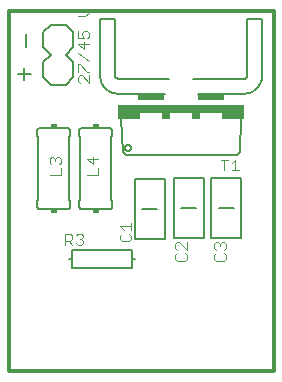
<source format=gto>
G75*
%MOIN*%
%OFA0B0*%
%FSLAX24Y24*%
%IPPOS*%
%LPD*%
%AMOC8*
5,1,8,0,0,1.08239X$1,22.5*
%
%ADD10C,0.0030*%
%ADD11C,0.0060*%
%ADD12C,0.0120*%
%ADD13R,0.0900X0.0200*%
%ADD14R,0.4200X0.0300*%
%ADD15R,0.0750X0.0200*%
%ADD16R,0.0300X0.0200*%
%ADD17C,0.0040*%
%ADD18C,0.0080*%
%ADD19R,0.0200X0.0150*%
D10*
X002412Y004375D02*
X002412Y004745D01*
X002597Y004745D01*
X002659Y004684D01*
X002659Y004560D01*
X002597Y004498D01*
X002412Y004498D01*
X002535Y004498D02*
X002659Y004375D01*
X002780Y004437D02*
X002842Y004375D01*
X002965Y004375D01*
X003027Y004437D01*
X003027Y004498D01*
X002965Y004560D01*
X002903Y004560D01*
X002965Y004560D02*
X003027Y004622D01*
X003027Y004684D01*
X002965Y004745D01*
X002842Y004745D01*
X002780Y004684D01*
X004248Y004674D02*
X004248Y004550D01*
X004310Y004488D01*
X004557Y004488D01*
X004618Y004550D01*
X004618Y004674D01*
X004557Y004735D01*
X004618Y004857D02*
X004618Y005104D01*
X004618Y004980D02*
X004248Y004980D01*
X004371Y004857D01*
X004310Y004735D02*
X004248Y004674D01*
X006098Y004392D02*
X006098Y004268D01*
X006160Y004207D01*
X006160Y004085D02*
X006098Y004024D01*
X006098Y003900D01*
X006160Y003838D01*
X006407Y003838D01*
X006468Y003900D01*
X006468Y004024D01*
X006407Y004085D01*
X006468Y004207D02*
X006221Y004454D01*
X006160Y004454D01*
X006098Y004392D01*
X006468Y004454D02*
X006468Y004207D01*
X007398Y004268D02*
X007398Y004392D01*
X007460Y004454D01*
X007521Y004454D01*
X007583Y004392D01*
X007645Y004454D01*
X007707Y004454D01*
X007768Y004392D01*
X007768Y004268D01*
X007707Y004207D01*
X007707Y004085D02*
X007768Y004024D01*
X007768Y003900D01*
X007707Y003838D01*
X007460Y003838D01*
X007398Y003900D01*
X007398Y004024D01*
X007460Y004085D01*
X007460Y004207D02*
X007398Y004268D01*
X007583Y004330D02*
X007583Y004392D01*
X003218Y009775D02*
X003218Y010022D01*
X003218Y010143D02*
X003157Y010143D01*
X002910Y010390D01*
X002848Y010390D01*
X002848Y010143D01*
X002910Y010022D02*
X002848Y009960D01*
X002848Y009837D01*
X002910Y009775D01*
X002910Y010022D02*
X002971Y010022D01*
X003218Y009775D01*
X003218Y010512D02*
X002848Y010759D01*
X003033Y010880D02*
X002848Y011065D01*
X003218Y011065D01*
X003157Y011248D02*
X003218Y011310D01*
X003218Y011433D01*
X003157Y011495D01*
X003033Y011495D01*
X002971Y011433D01*
X002971Y011372D01*
X003033Y011248D01*
X002848Y011248D01*
X002848Y011495D01*
X003033Y011127D02*
X003033Y010880D01*
X003095Y011985D02*
X002848Y011985D01*
X002848Y012232D02*
X003095Y012232D01*
X003218Y012108D01*
X003095Y011985D01*
D11*
X003583Y011910D02*
X003583Y010010D01*
X004083Y010010D02*
X004083Y011910D01*
X003583Y011910D01*
X003583Y010010D02*
X003585Y009963D01*
X003590Y009916D01*
X003600Y009870D01*
X003612Y009825D01*
X003629Y009780D01*
X003648Y009738D01*
X003671Y009697D01*
X003698Y009657D01*
X003727Y009620D01*
X003759Y009586D01*
X003793Y009554D01*
X003830Y009525D01*
X003870Y009498D01*
X003911Y009475D01*
X003953Y009456D01*
X003998Y009439D01*
X004043Y009427D01*
X004089Y009417D01*
X004136Y009412D01*
X004183Y009410D01*
X005733Y009410D01*
X005883Y009910D02*
X004183Y009910D01*
X004166Y009912D01*
X004149Y009916D01*
X004133Y009923D01*
X004119Y009933D01*
X004106Y009946D01*
X004096Y009960D01*
X004089Y009976D01*
X004085Y009993D01*
X004083Y010010D01*
X004283Y008610D02*
X004333Y007460D01*
X004433Y007360D01*
X008133Y007360D01*
X008233Y007460D01*
X008283Y008610D01*
X008383Y009410D02*
X006833Y009410D01*
X006683Y009910D02*
X008383Y009910D01*
X008383Y009410D02*
X008430Y009412D01*
X008477Y009417D01*
X008523Y009427D01*
X008568Y009439D01*
X008613Y009456D01*
X008655Y009475D01*
X008696Y009498D01*
X008736Y009525D01*
X008773Y009554D01*
X008807Y009586D01*
X008839Y009620D01*
X008868Y009657D01*
X008895Y009697D01*
X008918Y009738D01*
X008937Y009780D01*
X008954Y009825D01*
X008966Y009870D01*
X008976Y009916D01*
X008981Y009963D01*
X008983Y010010D01*
X008983Y011910D01*
X008483Y011910D01*
X008483Y010010D01*
X008481Y009993D01*
X008477Y009976D01*
X008470Y009960D01*
X008460Y009946D01*
X008447Y009933D01*
X008433Y009923D01*
X008417Y009916D01*
X008400Y009912D01*
X008383Y009910D01*
X004413Y007600D02*
X004415Y007620D01*
X004421Y007638D01*
X004430Y007656D01*
X004442Y007671D01*
X004457Y007683D01*
X004475Y007692D01*
X004493Y007698D01*
X004513Y007700D01*
X004533Y007698D01*
X004551Y007692D01*
X004569Y007683D01*
X004584Y007671D01*
X004596Y007656D01*
X004605Y007638D01*
X004611Y007620D01*
X004613Y007600D01*
X004611Y007580D01*
X004605Y007562D01*
X004596Y007544D01*
X004584Y007529D01*
X004569Y007517D01*
X004551Y007508D01*
X004533Y007502D01*
X004513Y007500D01*
X004493Y007502D01*
X004475Y007508D01*
X004457Y007517D01*
X004442Y007529D01*
X004430Y007544D01*
X004421Y007562D01*
X004415Y007580D01*
X004413Y007600D01*
X003991Y008004D02*
X003991Y008154D01*
X003989Y008171D01*
X003985Y008188D01*
X003978Y008204D01*
X003968Y008218D01*
X003955Y008231D01*
X003941Y008241D01*
X003925Y008248D01*
X003908Y008252D01*
X003891Y008254D01*
X002976Y008254D01*
X002959Y008252D01*
X002942Y008248D01*
X002926Y008241D01*
X002912Y008231D01*
X002899Y008218D01*
X002889Y008204D01*
X002882Y008188D01*
X002878Y008171D01*
X002876Y008154D01*
X002876Y008004D01*
X002926Y007954D01*
X002926Y005866D01*
X002876Y005816D01*
X002876Y005666D01*
X002878Y005649D01*
X002882Y005632D01*
X002889Y005616D01*
X002899Y005602D01*
X002912Y005589D01*
X002926Y005579D01*
X002942Y005572D01*
X002959Y005568D01*
X002976Y005566D01*
X003891Y005566D01*
X003908Y005568D01*
X003925Y005572D01*
X003941Y005579D01*
X003955Y005589D01*
X003968Y005602D01*
X003978Y005616D01*
X003985Y005632D01*
X003989Y005649D01*
X003991Y005666D01*
X003991Y005816D01*
X003941Y005866D01*
X003941Y007954D01*
X003991Y008004D01*
X002591Y008004D02*
X002591Y008154D01*
X002589Y008171D01*
X002585Y008188D01*
X002578Y008204D01*
X002568Y008218D01*
X002555Y008231D01*
X002541Y008241D01*
X002525Y008248D01*
X002508Y008252D01*
X002491Y008254D01*
X001576Y008254D01*
X001559Y008252D01*
X001542Y008248D01*
X001526Y008241D01*
X001512Y008231D01*
X001499Y008218D01*
X001489Y008204D01*
X001482Y008188D01*
X001478Y008171D01*
X001476Y008154D01*
X001476Y008004D01*
X001526Y007954D01*
X001526Y005866D01*
X001476Y005816D01*
X001476Y005666D01*
X001478Y005649D01*
X001482Y005632D01*
X001489Y005616D01*
X001499Y005602D01*
X001512Y005589D01*
X001526Y005579D01*
X001542Y005572D01*
X001559Y005568D01*
X001576Y005566D01*
X002491Y005566D01*
X002508Y005568D01*
X002525Y005572D01*
X002541Y005579D01*
X002555Y005589D01*
X002568Y005602D01*
X002578Y005616D01*
X002585Y005632D01*
X002589Y005649D01*
X002591Y005666D01*
X002591Y005816D01*
X002541Y005866D01*
X002541Y007954D01*
X002591Y008004D01*
X001055Y009847D02*
X001055Y010274D01*
X001268Y010060D02*
X000841Y010060D01*
X001110Y010968D02*
X001110Y011395D01*
D12*
X000533Y012160D02*
X000533Y000160D01*
X009383Y000160D01*
X009383Y012160D01*
X000533Y012160D01*
D13*
X005283Y009310D03*
X007283Y009310D03*
D14*
X006283Y008910D03*
D15*
X004558Y008660D03*
X008008Y008660D03*
D16*
X006783Y008660D03*
X005783Y008660D03*
D17*
X007603Y007210D02*
X007844Y007210D01*
X007972Y007090D02*
X008092Y007210D01*
X008092Y006850D01*
X007972Y006850D02*
X008212Y006850D01*
X007723Y006850D02*
X007723Y007210D01*
X003516Y007228D02*
X003155Y007228D01*
X003335Y007048D01*
X003335Y007289D01*
X003516Y006920D02*
X003516Y006680D01*
X003155Y006680D01*
X002266Y006680D02*
X002266Y006920D01*
X002205Y007048D02*
X002266Y007108D01*
X002266Y007228D01*
X002205Y007289D01*
X002145Y007289D01*
X002085Y007228D01*
X002085Y007168D01*
X002085Y007228D02*
X002025Y007289D01*
X001965Y007289D01*
X001905Y007228D01*
X001905Y007108D01*
X001965Y007048D01*
X001905Y006680D02*
X002266Y006680D01*
D18*
X002633Y004210D02*
X004633Y004210D01*
X004633Y003910D01*
X004733Y003910D01*
X004633Y003910D02*
X004633Y003610D01*
X002633Y003610D01*
X002633Y003910D01*
X002533Y003910D01*
X002633Y003910D02*
X002633Y004210D01*
X004733Y004560D02*
X005733Y004560D01*
X005733Y006560D01*
X004733Y006560D01*
X004733Y004560D01*
X004983Y005560D02*
X005483Y005560D01*
X006283Y005610D02*
X006783Y005610D01*
X007533Y005610D02*
X008033Y005610D01*
X008283Y004610D02*
X007283Y004610D01*
X007283Y006610D01*
X008283Y006610D01*
X008283Y004610D01*
X007033Y004610D02*
X006033Y004610D01*
X006033Y006610D01*
X007033Y006610D01*
X007033Y004610D01*
X002433Y009710D02*
X002683Y009960D01*
X002683Y010460D01*
X002433Y010710D01*
X002683Y010960D01*
X002683Y011460D01*
X002433Y011710D01*
X001933Y011710D01*
X001683Y011460D01*
X001683Y010960D01*
X001933Y010710D01*
X001683Y010460D01*
X001683Y009960D01*
X001933Y009710D01*
X002433Y009710D01*
D19*
X002033Y008329D03*
X003433Y008329D03*
X003433Y005491D03*
X002033Y005491D03*
M02*

</source>
